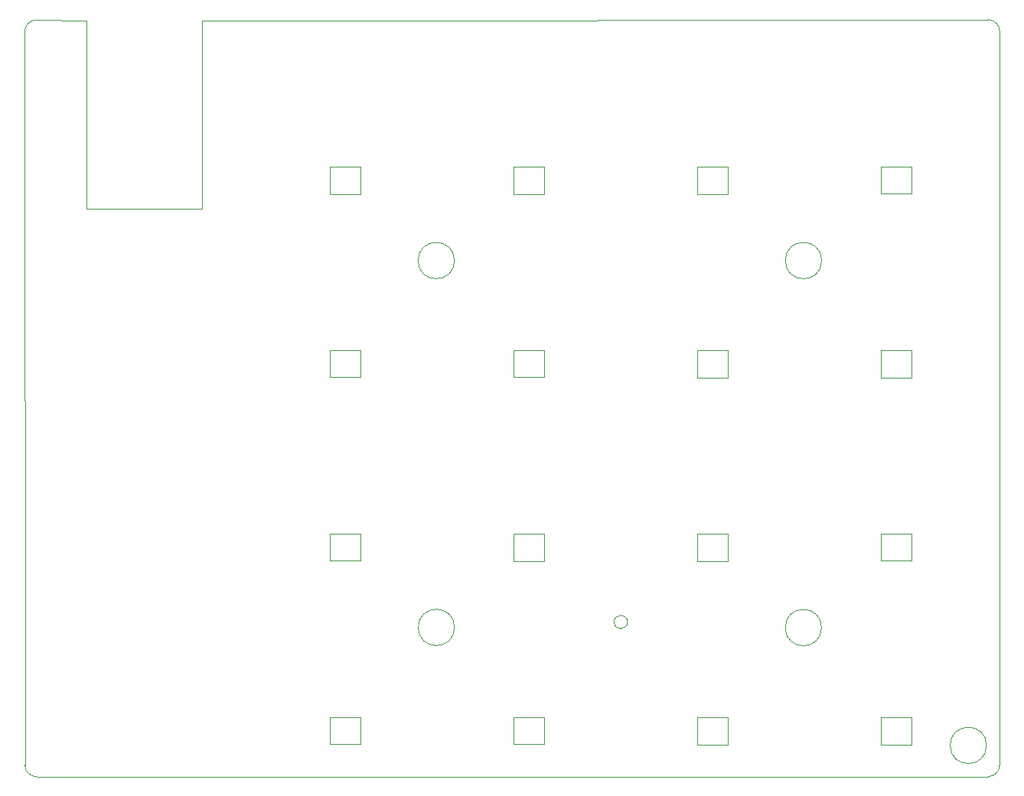
<source format=gbr>
%TF.GenerationSoftware,KiCad,Pcbnew,7.0.7*%
%TF.CreationDate,2023-09-24T17:48:37+02:00*%
%TF.ProjectId,pcb,7063622e-6b69-4636-9164-5f7063625858,rev?*%
%TF.SameCoordinates,Original*%
%TF.FileFunction,Profile,NP*%
%FSLAX46Y46*%
G04 Gerber Fmt 4.6, Leading zero omitted, Abs format (unit mm)*
G04 Created by KiCad (PCBNEW 7.0.7) date 2023-09-24 17:48:37*
%MOMM*%
%LPD*%
G01*
G04 APERTURE LIST*
%TA.AperFunction,Profile*%
%ADD10C,0.100000*%
%TD*%
%TA.AperFunction,Profile*%
%ADD11C,0.120000*%
%TD*%
G04 APERTURE END LIST*
D10*
X149235457Y-101611329D02*
G75*
G03*
X149235457Y-101611329I-2011668J0D01*
G01*
X108605799Y-101615795D02*
G75*
G03*
X108605799Y-101615795I-2011668J0D01*
G01*
X149223199Y-142248123D02*
G75*
G03*
X149223199Y-142248123I-2011668J0D01*
G01*
X108617807Y-142231444D02*
G75*
G03*
X108617807Y-142231444I-2011668J0D01*
G01*
X167470606Y-155298171D02*
G75*
G03*
X167470606Y-155298171I-2011668J0D01*
G01*
X127749348Y-141632662D02*
G75*
G03*
X127749348Y-141632662I-739876J0D01*
G01*
X80653892Y-75019398D02*
X167640000Y-74930000D01*
X80656827Y-95915566D02*
X80653892Y-75019398D01*
X67934243Y-95878440D02*
X80656827Y-95915566D01*
X67937358Y-75020250D02*
X67934243Y-95878440D01*
X62350258Y-74968356D02*
X67937358Y-75020250D01*
X61080258Y-76238356D02*
X61087000Y-157480000D01*
X62350258Y-74968358D02*
G75*
G03*
X61080258Y-76238356I42J-1270042D01*
G01*
X167640000Y-158750000D02*
G75*
G03*
X168910000Y-157480000I0J1270000D01*
G01*
X167640000Y-158750000D02*
X62357000Y-158750000D01*
X61087000Y-157480000D02*
G75*
G03*
X62357000Y-158750000I1270000J0D01*
G01*
X168910000Y-76200000D02*
X168910000Y-157480000D01*
X168910000Y-76200000D02*
G75*
G03*
X167640000Y-74930000I-1270000J0D01*
G01*
D11*
%TO.C,LED1*%
X98222745Y-94230807D02*
X98222745Y-91230807D01*
X98222745Y-91230807D02*
X94822745Y-91230807D01*
X94822745Y-94230807D02*
X98222745Y-94230807D01*
X94822745Y-91230807D02*
X94822745Y-94230807D01*
%TO.C,LED6*%
X118548292Y-114537382D02*
X118548292Y-111537382D01*
X118548292Y-111537382D02*
X115148292Y-111537382D01*
X115148292Y-114537382D02*
X118548292Y-114537382D01*
X115148292Y-111537382D02*
X115148292Y-114537382D01*
%TO.C,LED12*%
X159181742Y-134842349D02*
X159181742Y-131842349D01*
X159181742Y-131842349D02*
X155781742Y-131842349D01*
X155781742Y-134842349D02*
X159181742Y-134842349D01*
X155781742Y-131842349D02*
X155781742Y-134842349D01*
%TO.C,LED16*%
X155780844Y-152186667D02*
X155780844Y-155186667D01*
X155780844Y-155186667D02*
X159180844Y-155186667D01*
X159180844Y-152186667D02*
X155780844Y-152186667D01*
X159180844Y-155186667D02*
X159180844Y-152186667D01*
%TO.C,LED15*%
X135454585Y-152195343D02*
X135454585Y-155195343D01*
X135454585Y-155195343D02*
X138854585Y-155195343D01*
X138854585Y-152195343D02*
X135454585Y-152195343D01*
X138854585Y-155195343D02*
X138854585Y-152195343D01*
%TO.C,LED10*%
X118550820Y-134868680D02*
X118550820Y-131868680D01*
X118550820Y-131868680D02*
X115150820Y-131868680D01*
X115150820Y-134868680D02*
X118550820Y-134868680D01*
X115150820Y-131868680D02*
X115150820Y-134868680D01*
%TO.C,LED14*%
X115158197Y-152179803D02*
X115158197Y-155179803D01*
X115158197Y-155179803D02*
X118558197Y-155179803D01*
X118558197Y-152179803D02*
X115158197Y-152179803D01*
X118558197Y-155179803D02*
X118558197Y-152179803D01*
%TO.C,LED2*%
X115113675Y-91254315D02*
X115113675Y-94254315D01*
X115113675Y-94254315D02*
X118513675Y-94254315D01*
X118513675Y-91254315D02*
X115113675Y-91254315D01*
X118513675Y-94254315D02*
X118513675Y-91254315D01*
%TO.C,LED11*%
X138874454Y-134880388D02*
X138874454Y-131880388D01*
X138874454Y-131880388D02*
X135474454Y-131880388D01*
X135474454Y-134880388D02*
X138874454Y-134880388D01*
X135474454Y-131880388D02*
X135474454Y-134880388D01*
%TO.C,LED5*%
X98232527Y-114538793D02*
X98232527Y-111538793D01*
X98232527Y-111538793D02*
X94832527Y-111538793D01*
X94832527Y-114538793D02*
X98232527Y-114538793D01*
X94832527Y-111538793D02*
X94832527Y-114538793D01*
%TO.C,LED13*%
X94824572Y-152174959D02*
X94824572Y-155174959D01*
X94824572Y-155174959D02*
X98224572Y-155174959D01*
X98224572Y-152174959D02*
X94824572Y-152174959D01*
X98224572Y-155174959D02*
X98224572Y-152174959D01*
%TO.C,LED9*%
X98221940Y-134859801D02*
X98221940Y-131859801D01*
X98221940Y-131859801D02*
X94821940Y-131859801D01*
X94821940Y-134859801D02*
X98221940Y-134859801D01*
X94821940Y-131859801D02*
X94821940Y-134859801D01*
%TO.C,LED8*%
X159174562Y-114549105D02*
X159174562Y-111549105D01*
X159174562Y-111549105D02*
X155774562Y-111549105D01*
X155774562Y-114549105D02*
X159174562Y-114549105D01*
X155774562Y-111549105D02*
X155774562Y-114549105D01*
%TO.C,LED4*%
X155782742Y-91221924D02*
X155782742Y-94221924D01*
X155782742Y-94221924D02*
X159182742Y-94221924D01*
X159182742Y-91221924D02*
X155782742Y-91221924D01*
X159182742Y-94221924D02*
X159182742Y-91221924D01*
%TO.C,LED7*%
X138867592Y-114555140D02*
X138867592Y-111555140D01*
X138867592Y-111555140D02*
X135467592Y-111555140D01*
X135467592Y-114555140D02*
X138867592Y-114555140D01*
X135467592Y-111555140D02*
X135467592Y-114555140D01*
%TO.C,LED3*%
X135453059Y-91240493D02*
X135453059Y-94240493D01*
X135453059Y-94240493D02*
X138853059Y-94240493D01*
X138853059Y-91240493D02*
X135453059Y-91240493D01*
X138853059Y-94240493D02*
X138853059Y-91240493D01*
%TD*%
M02*

</source>
